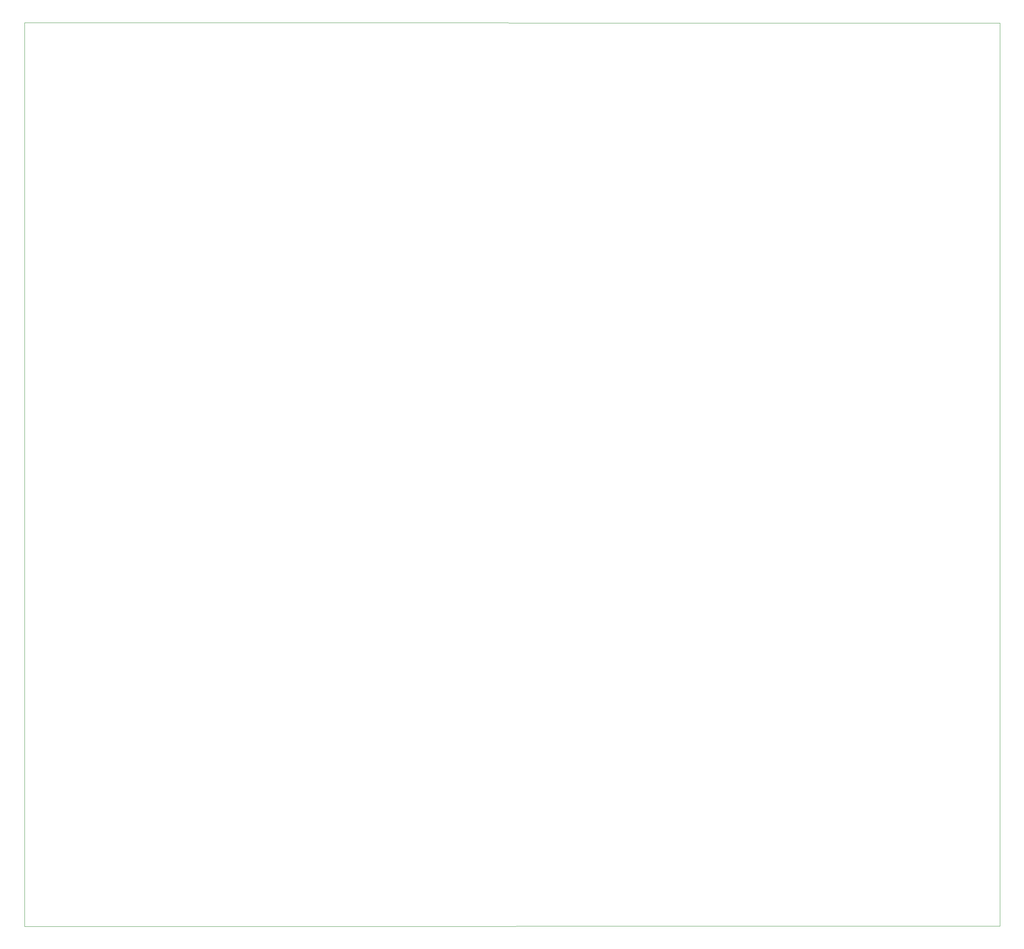
<source format=gko>
%TF.GenerationSoftware,KiCad,Pcbnew,(5.1.10)-1*%
%TF.CreationDate,2022-01-12T07:46:51+01:00*%
%TF.ProjectId,automate,6175746f-6d61-4746-952e-6b696361645f,rev?*%
%TF.SameCoordinates,Original*%
%TF.FileFunction,Profile,NP*%
%FSLAX46Y46*%
G04 Gerber Fmt 4.6, Leading zero omitted, Abs format (unit mm)*
G04 Created by KiCad (PCBNEW (5.1.10)-1) date 2022-01-12 07:46:51*
%MOMM*%
%LPD*%
G01*
G04 APERTURE LIST*
%TA.AperFunction,Profile*%
%ADD10C,0.050000*%
%TD*%
G04 APERTURE END LIST*
D10*
X65000000Y-221500000D02*
X65000000Y-18500000D01*
X284000000Y-221450000D02*
X65000000Y-221500000D01*
X284000000Y-18550000D02*
X284000000Y-221450000D01*
X65000000Y-18500000D02*
X284000000Y-18550000D01*
M02*

</source>
